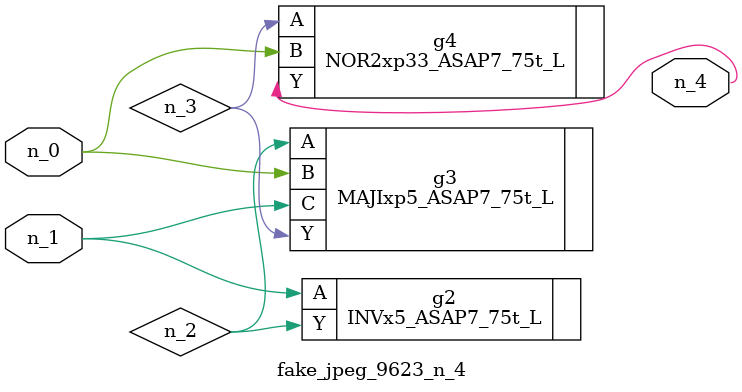
<source format=v>
module fake_jpeg_9623_n_4 (n_0, n_1, n_4);

input n_0;
input n_1;

output n_4;

wire n_3;
wire n_2;

INVx5_ASAP7_75t_L g2 ( 
.A(n_1),
.Y(n_2)
);

MAJIxp5_ASAP7_75t_L g3 ( 
.A(n_2),
.B(n_0),
.C(n_1),
.Y(n_3)
);

NOR2xp33_ASAP7_75t_L g4 ( 
.A(n_3),
.B(n_0),
.Y(n_4)
);


endmodule
</source>
